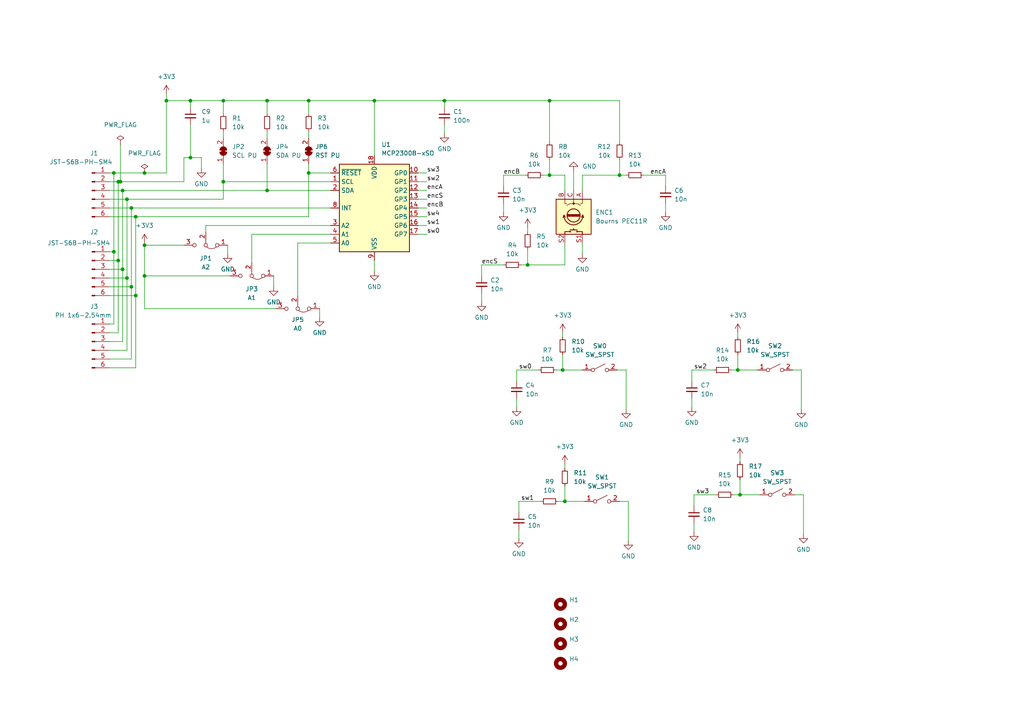
<source format=kicad_sch>
(kicad_sch (version 20211123) (generator eeschema)
  (paper "A4")
  (title_block (title "I2C Encoder Keypad") (date "2022-12-29") (rev "${SCHREV}-${PCBREV}"))
  (lib_symbols
    (symbol "Connector:Conn_01x06_Male" (pin_names (offset 1.016) hide)
      (property "Reference" "J" (at 0 7.62 0))
      (property "Value" "Conn_01x06_Male" (at 0 -10.16 0))
      (symbol "Conn_01x06_Male_1_1"
        (polyline (pts (xy 1.27 -7.62) (xy 0.8636 -7.62)) (stroke (width 0.1524)))
        (polyline (pts (xy 1.27 -5.08) (xy 0.8636 -5.08)) (stroke (width 0.1524)))
        (polyline (pts (xy 1.27 -2.54) (xy 0.8636 -2.54)) (stroke (width 0.1524)))
        (polyline (pts (xy 1.27 0) (xy 0.8636 0)) (stroke (width 0.1524)))
        (polyline (pts (xy 1.27 2.54) (xy 0.8636 2.54)) (stroke (width 0.1524)))
        (polyline (pts (xy 1.27 5.08) (xy 0.8636 5.08)) (stroke (width 0.1524)))
        (rectangle (start 0.8636 -7.493) (end 0 -7.747) (stroke (width 0.1524)) (fill (type outline)))
        (rectangle (start 0.8636 -4.953) (end 0 -5.207) (stroke (width 0.1524)) (fill (type outline)))
        (rectangle (start 0.8636 -2.413) (end 0 -2.667) (stroke (width 0.1524)) (fill (type outline)))
        (rectangle (start 0.8636 0.127) (end 0 -0.127) (stroke (width 0.1524)) (fill (type outline)))
        (rectangle (start 0.8636 2.667) (end 0 2.413) (stroke (width 0.1524)) (fill (type outline)))
        (rectangle (start 0.8636 5.207) (end 0 4.953) (stroke (width 0.1524)) (fill (type outline)))
        (pin passive line (at 5.08 5.08 180) (length 3.81) (name "Pin_1") (number "1"))
        (pin passive line (at 5.08 2.54 180) (length 3.81) (name "Pin_2") (number "2"))
        (pin passive line (at 5.08 0 180) (length 3.81) (name "Pin_3") (number "3"))
        (pin passive line (at 5.08 -2.54 180) (length 3.81) (name "Pin_4") (number "4"))
        (pin passive line (at 5.08 -5.08 180) (length 3.81) (name "Pin_5") (number "5"))
        (pin passive line (at 5.08 -7.62 180) (length 3.81) (name "Pin_6") (number "6"))
      )
    )
    (symbol "Device:C_Small" (pin_numbers hide) (pin_names (offset 0.254) hide)
      (property "Reference" "C" (at 0.254 1.778 0))
      (property "Value" "C_Small" (at 0.254 -2.032 0))
      (symbol "C_Small_0_1"
        (polyline (pts (xy -1.524 -0.508) (xy 1.524 -0.508)) (stroke (width 0.3302)))
        (polyline (pts (xy -1.524 0.508) (xy 1.524 0.508)) (stroke (width 0.3048)))
      )
      (symbol "C_Small_1_1"
        (pin passive line (at 0 2.54 270) (length 2.032) (name "~") (number "1"))
        (pin passive line (at 0 -2.54 90) (length 2.032) (name "~") (number "2"))
      )
    )
    (symbol "Device:R_Small" (pin_numbers hide) (pin_names (offset 0.254) hide)
      (property "Reference" "R" (at 0.762 0.508 0))
      (property "Value" "R_Small" (at 0.762 -1.016 0))
      (symbol "R_Small_0_1"
        (rectangle (start -0.762 1.778) (end 0.762 -1.778) (stroke (width 0.2032)))
      )
      (symbol "R_Small_1_1"
        (pin passive line (at 0 2.54 270) (length 0.762) (name "~") (number "1"))
        (pin passive line (at 0 -2.54 90) (length 0.762) (name "~") (number "2"))
      )
    )
    (symbol "Device:RotaryEncoder_Switch" (pin_names (offset 0.254) hide)
      (property "Reference" "SW" (at 0 6.604 0))
      (property "Value" "RotaryEncoder_Switch" (at 0 -6.604 0))
      (symbol "RotaryEncoder_Switch_0_1"
        (rectangle (start -5.08 5.08) (end 5.08 -5.08) (stroke (width 0.254)) (fill (type background)))
        (circle (center -3.81 0) (radius 0.254) (fill (type outline)))
        (arc (start -0.381 -2.794) (mid 2.3622 -0.0508) (end -0.381 2.667) (stroke (width 0.254)))
        (circle (center -0.381 0) (radius 1.905) (stroke (width 0.254)))
        (polyline (pts (xy -0.635 -1.778) (xy -0.635 1.778)) (stroke (width 0.254)))
        (polyline (pts (xy -0.381 -1.778) (xy -0.381 1.778)) (stroke (width 0.254)))
        (polyline (pts (xy -0.127 1.778) (xy -0.127 -1.778)) (stroke (width 0.254)))
        (polyline (pts (xy 3.81 0) (xy 3.429 0)) (stroke (width 0.254)))
        (polyline (pts (xy 3.81 1.016) (xy 3.81 -1.016)) (stroke (width 0.254)))
        (polyline (pts (xy -5.08 -2.54) (xy -3.81 -2.54) (xy -3.81 -2.032)))
        (polyline (pts (xy -5.08 2.54) (xy -3.81 2.54) (xy -3.81 2.032)))
        (polyline (pts (xy 0.254 -3.048) (xy -0.508 -2.794) (xy 0.127 -2.413)) (stroke (width 0.254)))
        (polyline (pts (xy 0.254 2.921) (xy -0.508 2.667) (xy 0.127 2.286)) (stroke (width 0.254)))
        (polyline (pts (xy 5.08 -2.54) (xy 4.318 -2.54) (xy 4.318 -1.016)) (stroke (width 0.254)))
        (polyline (pts (xy 5.08 2.54) (xy 4.318 2.54) (xy 4.318 1.016)) (stroke (width 0.254)))
        (polyline (pts (xy -5.08 0) (xy -3.81 0) (xy -3.81 -1.016) (xy -3.302 -2.032)))
        (polyline (pts (xy -4.318 0) (xy -3.81 0) (xy -3.81 1.016) (xy -3.302 2.032)))
        (circle (center 4.318 -1.016) (radius 0.127) (stroke (width 0.254)))
        (circle (center 4.318 1.016) (radius 0.127) (stroke (width 0.254)))
      )
      (symbol "RotaryEncoder_Switch_1_1"
        (pin passive line (at -7.62 2.54 0) (length 2.54) (name "A") (number "A"))
        (pin passive line (at -7.62 -2.54 0) (length 2.54) (name "B") (number "B"))
        (pin passive line (at -7.62 0 0) (length 2.54) (name "C") (number "C"))
        (pin passive line (at 7.62 2.54 180) (length 2.54) (name "S1") (number "S1"))
        (pin passive line (at 7.62 -2.54 180) (length 2.54) (name "S2") (number "S2"))
      )
    )
    (symbol "Interface_Expansion:MCP23008-xSO"
      (property "Reference" "U" (at -8.89 13.97 0))
      (property "Value" "MCP23008-xSO" (at 8.89 13.97 0))
      (symbol "MCP23008-xSO_0_1"
        (rectangle (start -10.16 12.7) (end 10.16 -12.7) (stroke (width 0.254)) (fill (type background)))
      )
      (symbol "MCP23008-xSO_1_1"
        (pin input line (at -12.7 7.62 0) (length 2.54) (name "SCL") (number "1"))
        (pin bidirectional line (at 12.7 10.16 180) (length 2.54) (name "GP0") (number "10"))
        (pin bidirectional line (at 12.7 7.62 180) (length 2.54) (name "GP1") (number "11"))
        (pin bidirectional line (at 12.7 5.08 180) (length 2.54) (name "GP2") (number "12"))
        (pin bidirectional line (at 12.7 2.54 180) (length 2.54) (name "GP3") (number "13"))
        (pin bidirectional line (at 12.7 0 180) (length 2.54) (name "GP4") (number "14"))
        (pin bidirectional line (at 12.7 -2.54 180) (length 2.54) (name "GP5") (number "15"))
        (pin bidirectional line (at 12.7 -5.08 180) (length 2.54) (name "GP6") (number "16"))
        (pin bidirectional line (at 12.7 -7.62 180) (length 2.54) (name "GP7") (number "17"))
        (pin power_in line (at 0 15.24 270) (length 2.54) (name "VDD") (number "18"))
        (pin bidirectional line (at -12.7 5.08 0) (length 2.54) (name "SDA") (number "2"))
        (pin input line (at -12.7 -5.08 0) (length 2.54) (name "A2") (number "3"))
        (pin input line (at -12.7 -7.62 0) (length 2.54) (name "A1") (number "4"))
        (pin input line (at -12.7 -10.16 0) (length 2.54) (name "A0") (number "5"))
        (pin input line (at -12.7 10.16 0) (length 2.54) (name "~{RESET}") (number "6"))
        (pin no_connect line (at -10.16 -2.54 0) (length 2.54) hide (name "NC") (number "7"))
        (pin output line (at -12.7 0 0) (length 2.54) (name "INT") (number "8"))
        (pin power_in line (at 0 -15.24 90) (length 2.54) (name "VSS") (number "9"))
      )
    )
    (symbol "Jumper:Jumper_3_Bridged12" (pin_names (offset 0) hide)
      (property "Reference" "JP" (at -2.54 -2.54 0))
      (property "Value" "Jumper_3_Bridged12" (at 0 2.794 0))
      (symbol "Jumper_3_Bridged12_0_0"
        (circle (center -3.302 0) (radius 0.508))
        (circle (center 0 0) (radius 0.508))
        (circle (center 3.302 0) (radius 0.508))
      )
      (symbol "Jumper_3_Bridged12_0_1"
        (arc (start -0.254 0.508) (mid -1.651 0.9912) (end -3.048 0.508))
        (polyline (pts (xy 0 -1.27) (xy 0 -0.508)))
      )
      (symbol "Jumper_3_Bridged12_1_1"
        (pin passive line (at -6.35 0 0) (length 2.54) (name "A") (number "1"))
        (pin passive line (at 0 -3.81 90) (length 2.54) (name "C") (number "2"))
        (pin passive line (at 6.35 0 180) (length 2.54) (name "B") (number "3"))
      )
    )
    (symbol "Jumper:SolderJumper_2_Bridged" (pin_names (offset 0) hide)
      (property "Reference" "JP" (at 0 2.032 0))
      (property "Value" "SolderJumper_2_Bridged" (at 0 -2.54 0))
      (symbol "SolderJumper_2_Bridged_0_1"
        (rectangle (start -0.508 0.508) (end 0.508 -0.508) (fill (type outline)))
        (arc (start -0.254 1.016) (mid -1.27 0) (end -0.254 -1.016))
        (arc (start -0.254 1.016) (mid -1.27 0) (end -0.254 -1.016) (fill (type outline)))
        (polyline (pts (xy -0.254 1.016) (xy -0.254 -1.016)))
        (polyline (pts (xy 0.254 1.016) (xy 0.254 -1.016)))
        (arc (start 0.254 -1.016) (mid 1.27 0) (end 0.254 1.016))
        (arc (start 0.254 -1.016) (mid 1.27 0) (end 0.254 1.016) (fill (type outline)))
      )
      (symbol "SolderJumper_2_Bridged_1_1"
        (pin passive line (at -3.81 0 0) (length 2.54) (name "A") (number "1"))
        (pin passive line (at 3.81 0 180) (length 2.54) (name "B") (number "2"))
      )
    )
    (symbol "Mechanical:MountingHole" (pin_names (offset 1.016))
      (property "Reference" "H" (at 0 5.08 0))
      (property "Value" "MountingHole" (at 0 3.175 0))
      (symbol "MountingHole_0_1"
        (circle (center 0 0) (radius 1.27) (stroke (width 1.27)))
      )
    )
    (symbol "Switch:SW_SPST" (pin_names (offset 0) hide)
      (property "Reference" "SW" (at 0 3.175 0))
      (property "Value" "SW_SPST" (at 0 -2.54 0))
      (symbol "SW_SPST_0_0"
        (circle (center -2.032 0) (radius 0.508))
        (polyline (pts (xy -1.524 0.254) (xy 1.524 1.778)))
        (circle (center 2.032 0) (radius 0.508))
      )
      (symbol "SW_SPST_1_1"
        (pin passive line (at -5.08 0 0) (length 2.54) (name "A") (number "1"))
        (pin passive line (at 5.08 0 180) (length 2.54) (name "B") (number "2"))
      )
    )
    (symbol "power:+3V3" (power) (pin_names (offset 0))
      (property "Value" "+3V3" (at 0 3.556 0))
      (symbol "+3V3_0_1"
        (polyline (pts (xy -0.762 1.27) (xy 0 2.54)))
        (polyline (pts (xy 0 0) (xy 0 2.54)))
        (polyline (pts (xy 0 2.54) (xy 0.762 1.27)))
      )
      (symbol "+3V3_1_1"
        (pin power_in line (at 0 0 90) (length 0) hide (name "+3V3") (number "1"))
      )
    )
    (symbol "power:GND" (power) (pin_names (offset 0))
      (property "Value" "GND" (at 0 -3.81 0))
      (symbol "GND_0_1"
        (polyline (pts (xy 0 0) (xy 0 -1.27) (xy 1.27 -1.27) (xy 0 -2.54) (xy -1.27 -1.27) (xy 0 -1.27)))
      )
      (symbol "GND_1_1"
        (pin power_in line (at 0 0 270) (length 0) hide (name "GND") (number "1"))
      )
    )
    (symbol "power:PWR_FLAG" (power) (pin_numbers hide) (pin_names (offset 0) hide)
      (property "Value" "PWR_FLAG" (at 0 3.81 0))
      (symbol "PWR_FLAG_0_0"
        (pin power_out line (at 0 0 90) (length 0) (name "pwr") (number "1"))
      )
      (symbol "PWR_FLAG_0_1"
        (polyline (pts (xy 0 0) (xy 0 1.27) (xy -1.016 1.905) (xy 0 2.54) (xy 1.016 1.905) (xy 0 1.27)))
      )
    )
  )
  (junction (at 34.29 75.565))
  (junction (at 41.91 50.165))
  (junction (at 214.63 143.51))
  (junction (at 41.91 71.12))
  (junction (at 35.56 78.105))
  (junction (at 36.83 57.785))
  (junction (at 108.585 29.21))
  (junction (at 39.37 62.865))
  (junction (at 159.385 29.21))
  (junction (at 163.83 145.415))
  (junction (at 36.83 80.645))
  (junction (at 33.02 50.165))
  (junction (at 64.77 29.21))
  (junction (at 89.535 29.21))
  (junction (at 34.925 52.705))
  (junction (at 39.37 85.725))
  (junction (at 34.29 52.705))
  (junction (at 55.245 45.72))
  (junction (at 55.245 29.21))
  (junction (at 38.1 60.325))
  (junction (at 48.26 29.21))
  (junction (at 153.035 76.835))
  (junction (at 64.77 52.705))
  (junction (at 159.385 50.8))
  (junction (at 33.02 73.025))
  (junction (at 163.195 107.315))
  (junction (at 77.47 55.245))
  (junction (at 38.1 83.185))
  (junction (at 213.995 107.315))
  (junction (at 41.91 80.01))
  (junction (at 89.535 50.165))
  (junction (at 128.905 29.21))
  (junction (at 77.47 29.21))
  (junction (at 35.56 55.245))
  (junction (at 179.705 50.8))
  (wire (pts (xy 121.285 60.325) (xy 123.825 60.325)))
  (wire (pts (xy 41.91 50.165) (xy 48.26 50.165)))
  (wire (pts (xy 213.995 107.315) (xy 219.71 107.315)))
  (wire (pts (xy 38.1 60.325) (xy 95.885 60.325)))
  (wire (pts (xy 146.05 50.8) (xy 152.4 50.8)))
  (wire (pts (xy 121.285 55.245) (xy 123.825 55.245)))
  (wire (pts (xy 89.535 47.625) (xy 89.535 50.165)))
  (wire (pts (xy 31.75 50.165) (xy 33.02 50.165)))
  (wire (pts (xy 121.285 67.945) (xy 123.825 67.945)))
  (wire (pts (xy 31.75 80.645) (xy 36.83 80.645)))
  (wire (pts (xy 153.035 72.39) (xy 153.035 76.835)))
  (wire (pts (xy 89.535 29.21) (xy 108.585 29.21)))
  (wire (pts (xy 166.37 49.53) (xy 166.37 55.245)))
  (wire (pts (xy 77.47 47.625) (xy 77.47 55.245)))
  (wire (pts (xy 168.91 50.8) (xy 179.705 50.8)))
  (wire (pts (xy 66.04 71.12) (xy 66.04 73.66)))
  (wire (pts (xy 89.535 29.21) (xy 89.535 33.02)))
  (wire (pts (xy 161.925 145.415) (xy 163.83 145.415)))
  (wire (pts (xy 55.245 45.72) (xy 58.42 45.72)))
  (wire (pts (xy 108.585 75.565) (xy 108.585 78.74)))
  (wire (pts (xy 53.34 45.72) (xy 55.245 45.72)))
  (wire (pts (xy 232.41 107.315) (xy 232.41 118.745)))
  (wire (pts (xy 121.285 62.865) (xy 123.825 62.865)))
  (wire (pts (xy 193.04 50.8) (xy 193.04 53.975)))
  (wire (pts (xy 163.83 70.485) (xy 163.83 76.835)))
  (wire (pts (xy 128.905 29.21) (xy 159.385 29.21)))
  (wire (pts (xy 163.83 134.62) (xy 163.83 135.89)))
  (wire (pts (xy 64.77 52.705) (xy 95.885 52.705)))
  (wire (pts (xy 139.7 76.835) (xy 139.7 80.01)))
  (wire (pts (xy 139.7 76.835) (xy 146.05 76.835)))
  (wire (pts (xy 159.385 41.275) (xy 159.385 29.21)))
  (wire (pts (xy 31.75 99.06) (xy 35.56 99.06)))
  (wire (pts (xy 31.75 75.565) (xy 34.29 75.565)))
  (wire (pts (xy 128.905 36.195) (xy 128.905 38.735)))
  (wire (pts (xy 41.91 89.535) (xy 41.91 80.01)))
  (wire (pts (xy 95.885 70.485) (xy 86.36 70.485)))
  (wire (pts (xy 35.56 99.06) (xy 35.56 78.105)))
  (wire (pts (xy 121.285 65.405) (xy 123.825 65.405)))
  (wire (pts (xy 31.75 73.025) (xy 33.02 73.025)))
  (wire (pts (xy 89.535 38.1) (xy 89.535 40.005)))
  (wire (pts (xy 35.56 55.245) (xy 77.47 55.245)))
  (wire (pts (xy 181.61 50.8) (xy 179.705 50.8)))
  (wire (pts (xy 64.77 29.21) (xy 55.245 29.21)))
  (wire (pts (xy 92.71 89.535) (xy 92.71 92.075)))
  (wire (pts (xy 179.705 46.355) (xy 179.705 50.8)))
  (wire (pts (xy 151.13 76.835) (xy 153.035 76.835)))
  (wire (pts (xy 212.09 107.315) (xy 213.995 107.315)))
  (wire (pts (xy 212.725 143.51) (xy 214.63 143.51)))
  (wire (pts (xy 201.295 143.51) (xy 201.295 146.685)))
  (wire (pts (xy 55.245 36.195) (xy 55.245 45.72)))
  (wire (pts (xy 163.83 140.97) (xy 163.83 145.415)))
  (wire (pts (xy 200.66 107.315) (xy 200.66 110.49)))
  (wire (pts (xy 31.75 96.52) (xy 34.29 96.52)))
  (wire (pts (xy 31.75 62.865) (xy 39.37 62.865)))
  (wire (pts (xy 213.995 96.52) (xy 213.995 97.79)))
  (wire (pts (xy 58.42 45.72) (xy 58.42 48.895)))
  (wire (pts (xy 95.885 67.945) (xy 73.025 67.945)))
  (wire (pts (xy 214.63 132.715) (xy 214.63 133.985)))
  (wire (pts (xy 36.83 101.6) (xy 36.83 80.645)))
  (wire (pts (xy 53.34 52.705) (xy 53.34 45.72)))
  (wire (pts (xy 168.91 70.485) (xy 168.91 73.66)))
  (wire (pts (xy 146.05 59.055) (xy 146.05 61.595)))
  (wire (pts (xy 163.83 50.8) (xy 159.385 50.8)))
  (wire (pts (xy 31.75 52.705) (xy 34.29 52.705)))
  (wire (pts (xy 33.02 50.165) (xy 41.91 50.165)))
  (wire (pts (xy 36.83 80.645) (xy 36.83 57.785)))
  (wire (pts (xy 86.36 70.485) (xy 86.36 85.725)))
  (wire (pts (xy 179.705 145.415) (xy 182.245 145.415)))
  (wire (pts (xy 153.035 66.04) (xy 153.035 67.31)))
  (wire (pts (xy 121.285 50.165) (xy 123.825 50.165)))
  (wire (pts (xy 149.86 107.315) (xy 149.86 110.49)))
  (wire (pts (xy 146.05 50.8) (xy 146.05 53.975)))
  (wire (pts (xy 48.26 27.305) (xy 48.26 29.21)))
  (wire (pts (xy 77.47 55.245) (xy 95.885 55.245)))
  (wire (pts (xy 31.75 104.14) (xy 38.1 104.14)))
  (wire (pts (xy 89.535 62.865) (xy 89.535 50.165)))
  (wire (pts (xy 214.63 143.51) (xy 220.345 143.51)))
  (wire (pts (xy 150.495 153.67) (xy 150.495 156.21)))
  (wire (pts (xy 157.48 50.8) (xy 159.385 50.8)))
  (wire (pts (xy 31.75 101.6) (xy 36.83 101.6)))
  (wire (pts (xy 59.69 67.31) (xy 59.69 65.405)))
  (wire (pts (xy 163.195 107.315) (xy 168.91 107.315)))
  (wire (pts (xy 34.29 52.705) (xy 34.925 52.705)))
  (wire (pts (xy 182.245 145.415) (xy 182.245 156.845)))
  (wire (pts (xy 31.75 57.785) (xy 36.83 57.785)))
  (wire (pts (xy 64.77 29.21) (xy 64.77 33.02)))
  (wire (pts (xy 31.75 83.185) (xy 38.1 83.185)))
  (wire (pts (xy 31.75 55.245) (xy 35.56 55.245)))
  (wire (pts (xy 77.47 29.21) (xy 77.47 33.02)))
  (wire (pts (xy 121.285 57.785) (xy 123.825 57.785)))
  (wire (pts (xy 79.375 80.01) (xy 79.375 83.185)))
  (wire (pts (xy 168.91 55.245) (xy 168.91 50.8)))
  (wire (pts (xy 181.61 107.315) (xy 181.61 118.745)))
  (wire (pts (xy 31.75 60.325) (xy 38.1 60.325)))
  (wire (pts (xy 80.01 89.535) (xy 41.91 89.535)))
  (wire (pts (xy 77.47 29.21) (xy 64.77 29.21)))
  (wire (pts (xy 64.77 38.1) (xy 64.77 40.005)))
  (wire (pts (xy 53.34 71.12) (xy 41.91 71.12)))
  (wire (pts (xy 161.29 107.315) (xy 163.195 107.315)))
  (wire (pts (xy 121.285 52.705) (xy 123.825 52.705)))
  (wire (pts (xy 39.37 85.725) (xy 39.37 62.865)))
  (wire (pts (xy 33.02 73.025) (xy 33.02 50.165)))
  (wire (pts (xy 31.75 93.98) (xy 33.02 93.98)))
  (wire (pts (xy 31.75 106.68) (xy 39.37 106.68)))
  (wire (pts (xy 64.77 57.785) (xy 64.77 52.705)))
  (wire (pts (xy 34.29 75.565) (xy 34.29 52.705)))
  (wire (pts (xy 55.245 29.21) (xy 48.26 29.21)))
  (wire (pts (xy 200.66 107.315) (xy 207.01 107.315)))
  (wire (pts (xy 229.87 107.315) (xy 232.41 107.315)))
  (wire (pts (xy 55.245 29.21) (xy 55.245 31.115)))
  (wire (pts (xy 73.025 67.945) (xy 73.025 76.2)))
  (wire (pts (xy 150.495 145.415) (xy 150.495 148.59)))
  (wire (pts (xy 150.495 145.415) (xy 156.845 145.415)))
  (wire (pts (xy 139.7 85.09) (xy 139.7 87.63)))
  (wire (pts (xy 33.02 93.98) (xy 33.02 73.025)))
  (wire (pts (xy 149.86 107.315) (xy 156.21 107.315)))
  (wire (pts (xy 34.29 96.52) (xy 34.29 75.565)))
  (wire (pts (xy 230.505 143.51) (xy 233.045 143.51)))
  (wire (pts (xy 31.75 85.725) (xy 39.37 85.725)))
  (wire (pts (xy 59.69 65.405) (xy 95.885 65.405)))
  (wire (pts (xy 214.63 139.065) (xy 214.63 143.51)))
  (wire (pts (xy 34.925 52.705) (xy 53.34 52.705)))
  (wire (pts (xy 179.705 41.275) (xy 179.705 29.21)))
  (wire (pts (xy 48.26 29.21) (xy 48.26 50.165)))
  (wire (pts (xy 31.75 78.105) (xy 35.56 78.105)))
  (wire (pts (xy 128.905 31.115) (xy 128.905 29.21)))
  (wire (pts (xy 89.535 50.165) (xy 95.885 50.165)))
  (wire (pts (xy 163.83 145.415) (xy 169.545 145.415)))
  (wire (pts (xy 163.83 76.835) (xy 153.035 76.835)))
  (wire (pts (xy 233.045 143.51) (xy 233.045 154.94)))
  (wire (pts (xy 38.1 104.14) (xy 38.1 83.185)))
  (wire (pts (xy 193.04 59.055) (xy 193.04 61.595)))
  (wire (pts (xy 193.04 50.8) (xy 186.69 50.8)))
  (wire (pts (xy 163.83 55.245) (xy 163.83 50.8)))
  (wire (pts (xy 149.86 115.57) (xy 149.86 118.11)))
  (wire (pts (xy 34.925 41.91) (xy 34.925 52.705)))
  (wire (pts (xy 163.195 96.52) (xy 163.195 97.79)))
  (wire (pts (xy 108.585 45.085) (xy 108.585 29.21)))
  (wire (pts (xy 213.995 102.87) (xy 213.995 107.315)))
  (wire (pts (xy 39.37 106.68) (xy 39.37 85.725)))
  (wire (pts (xy 201.295 143.51) (xy 207.645 143.51)))
  (wire (pts (xy 179.705 29.21) (xy 159.385 29.21)))
  (wire (pts (xy 128.905 29.21) (xy 108.585 29.21)))
  (wire (pts (xy 163.195 102.87) (xy 163.195 107.315)))
  (wire (pts (xy 77.47 29.21) (xy 89.535 29.21)))
  (wire (pts (xy 201.295 151.765) (xy 201.295 154.305)))
  (wire (pts (xy 36.83 57.785) (xy 64.77 57.785)))
  (wire (pts (xy 35.56 78.105) (xy 35.56 55.245)))
  (wire (pts (xy 41.91 80.01) (xy 41.91 71.12)))
  (wire (pts (xy 41.91 71.12) (xy 41.91 70.485)))
  (wire (pts (xy 38.1 83.185) (xy 38.1 60.325)))
  (wire (pts (xy 200.66 115.57) (xy 200.66 118.11)))
  (wire (pts (xy 64.77 47.625) (xy 64.77 52.705)))
  (wire (pts (xy 39.37 62.865) (xy 89.535 62.865)))
  (wire (pts (xy 159.385 46.355) (xy 159.385 50.8)))
  (wire (pts (xy 66.675 80.01) (xy 41.91 80.01)))
  (wire (pts (xy 77.47 38.1) (xy 77.47 40.005)))
  (wire (pts (xy 179.07 107.315) (xy 181.61 107.315)))
  (label "encA" (at 123.825 55.245 0))
  (label "encB" (at 123.825 60.325 0))
  (label "sw2" (at 123.825 52.705 0))
  (label "sw4" (at 123.825 62.865 0))
  (label "encB" (at 146.05 50.8 0))
  (label "encS" (at 123.825 57.785 0))
  (label "sw3" (at 201.93 143.51 0))
  (label "sw1" (at 123.825 65.405 0))
  (label "encA" (at 188.595 50.8 0))
  (label "sw3" (at 123.825 50.165 0))
  (label "sw2" (at 201.295 107.315 0))
  (label "sw0" (at 123.825 67.945 0))
  (label "sw1" (at 151.13 145.415 0))
  (label "sw0" (at 150.495 107.315 0))
  (label "encS" (at 139.7 76.835 0))
  (symbol (lib_id "Mechanical:MountingHole") (at 162.56 186.69 0) (unit 1) (in_bom no)
    (property "Reference" "H3" (at 165.1 185.4199 0) (effects (justify left)))
    (property "Value" "MountingHole" (effects hide))
    (property "Footprint" "MountingHole:MountingHole_3.2mm_M3_Pad_Via" (effects hide))
  )
  (symbol (lib_id "Device:C_Small") (at 193.04 56.515 0) (mirror y) (unit 1)
    (property "Reference" "C6" (at 195.58 55.2512 0) (effects (justify right)))
    (property "Value" "10n" (at 195.58 57.7912 0) (effects (justify right)))
    (property "Footprint" "Capacitor_SMD:C_0805_2012Metric_Pad1.18x1.45mm_HandSolder" (effects hide))
    (property "LCSC Part #" "C1710" (effects hide))
  )
  (symbol (lib_id "Device:C_Small") (at 139.7 82.55 0) (unit 1)
    (property "Reference" "C2" (at 142.24 81.2862 0) (effects (justify left)))
    (property "Value" "10n" (at 142.24 83.8262 0) (effects (justify left)))
    (property "Footprint" "Capacitor_SMD:C_0805_2012Metric_Pad1.18x1.45mm_HandSolder" (effects hide))
    (property "LCSC Part #" "C1710" (effects hide))
  )
  (symbol (lib_id "Jumper:Jumper_3_Bridged12") (at 86.36 89.535 180) (unit 1) (in_bom no)
    (property "Reference" "JP5" (at 86.36 92.71 0))
    (property "Value" "A0" (at 86.36 95.25 0))
    (property "Footprint" "Jumper:SolderJumper-3_P1.3mm_Bridged2Bar12_RoundedPad1.0x1.5mm" (effects hide))
  )
  (symbol (lib_id "Jumper:Jumper_3_Bridged12") (at 59.69 71.12 180) (unit 1) (in_bom no)
    (property "Reference" "JP1" (at 59.69 74.93 0))
    (property "Value" "A2" (at 59.69 77.47 0))
    (property "Footprint" "Jumper:SolderJumper-3_P1.3mm_Bridged12_RoundedPad1.0x1.5mm" (effects hide))
  )
  (symbol (lib_id "power:+3V3") (at 163.83 134.62 0) (unit 1)
    (property "Reference" "#PWR015" (effects hide))
    (property "Value" "+3V3" (at 163.83 129.54 0))
  )
  (symbol (lib_id "Device:R_Small") (at 64.77 35.56 0) (unit 1)
    (property "Reference" "R1" (at 67.31 34.2899 0) (effects (justify left)))
    (property "Value" "10k" (at 67.31 36.8299 0) (effects (justify left)))
    (property "Footprint" "Resistor_SMD:R_0805_2012Metric_Pad1.20x1.40mm_HandSolder" (effects hide))
    (property "LCSC Part #" "C17414" (effects hide))
  )
  (symbol (lib_id "Switch:SW_SPST") (at 225.425 143.51 0) (unit 1)
    (property "Reference" "SW3" (at 225.425 137.16 0))
    (property "Value" "SW_SPST" (at 225.425 139.7 0))
    (property "Footprint" "Button_Switch_THT:SW_PUSH_6mm_H9.5mm" (effects hide))
  )
  (symbol (lib_id "Device:C_Small") (at 128.905 33.655 0) (unit 1)
    (property "Reference" "C1" (at 131.445 32.3912 0) (effects (justify left)))
    (property "Value" "100n" (at 131.445 34.9312 0) (effects (justify left)))
    (property "Footprint" "Capacitor_SMD:C_0805_2012Metric_Pad1.18x1.45mm_HandSolder" (effects hide))
    (property "LCSC Part #" "C49678" (effects hide))
  )
  (symbol (lib_id "Jumper:SolderJumper_2_Bridged") (at 89.535 43.815 90) (unit 1) (in_bom no)
    (property "Reference" "JP6" (at 91.44 42.5449 90) (effects (justify right)))
    (property "Value" "RST PU" (at 91.44 45.0849 90) (effects (justify right)))
    (property "Footprint" "Jumper:SolderJumper-2_P1.3mm_Bridged_RoundedPad1.0x1.5mm" (effects hide))
  )
  (symbol (lib_id "Connector:Conn_01x06_Male") (at 26.67 99.06 0) (unit 1)
    (property "Reference" "J3" (at 27.305 88.9 0))
    (property "Value" "PH 1x6-2.54mm" (at 24.13 91.44 0))
    (property "Footprint" "Connector_PinHeader_2.54mm:PinHeader_1x06_P2.54mm_Vertical" (effects hide))
  )
  (symbol (lib_id "Mechanical:MountingHole") (at 162.56 192.405 0) (unit 1) (in_bom no)
    (property "Reference" "H4" (at 165.1 191.1349 0) (effects (justify left)))
    (property "Value" "MountingHole" (effects hide))
    (property "Footprint" "MountingHole:MountingHole_3.2mm_M3_Pad_Via" (effects hide))
  )
  (symbol (lib_id "Interface_Expansion:MCP23008-xSO") (at 108.585 60.325 0) (unit 1)
    (property "Reference" "U1" (at 110.6044 41.91 0) (effects (justify left)))
    (property "Value" "MCP23008-xSO" (at 110.6044 44.45 0) (effects (justify left)))
    (property "Footprint" "Package_SO:SOIC-18W_7.5x11.6mm_P1.27mm" (effects hide))
    (property "Datasheet" "http://ww1.microchip.com/downloads/en/DeviceDoc/MCP23008-MCP23S08-Data-Sheet-20001919F.pdf" (effects hide))
    (property "LCSC Part #" "C92253" (effects hide))
  )
  (symbol (lib_id "Jumper:SolderJumper_2_Bridged") (at 77.47 43.815 90) (unit 1) (in_bom no)
    (property "Reference" "JP4" (at 80.01 42.5449 90) (effects (justify right)))
    (property "Value" "SDA PU" (at 80.01 45.0849 90) (effects (justify right)))
    (property "Footprint" "Jumper:SolderJumper-2_P1.3mm_Bridged_RoundedPad1.0x1.5mm" (effects hide))
  )
  (symbol (lib_id "Device:C_Small") (at 146.05 56.515 0) (unit 1)
    (property "Reference" "C3" (at 148.59 55.2512 0) (effects (justify left)))
    (property "Value" "10n" (at 148.59 57.7912 0) (effects (justify left)))
    (property "Footprint" "Capacitor_SMD:C_0805_2012Metric_Pad1.18x1.45mm_HandSolder" (effects hide))
    (property "LCSC Part #" "C1710" (effects hide))
  )
  (symbol (lib_id "Device:R_Small") (at 154.94 50.8 90) (unit 1)
    (property "Reference" "R6" (at 154.94 45.085 90))
    (property "Value" "10k" (at 154.94 47.625 90))
    (property "Footprint" "Resistor_SMD:R_0805_2012Metric_Pad1.20x1.40mm_HandSolder" (effects hide))
    (property "LCSC Part #" "C17414" (effects hide))
  )
  (symbol (lib_id "power:GND") (at 193.04 61.595 0) (mirror y) (unit 1)
    (property "Reference" "#PWR020" (effects hide))
    (property "Value" "GND" (at 193.04 66.04 0))
  )
  (symbol (lib_id "power:GND") (at 146.05 61.595 0) (unit 1)
    (property "Reference" "#PWR010" (effects hide))
    (property "Value" "GND" (at 146.05 66.04 0))
  )
  (symbol (lib_id "Connector:Conn_01x06_Male") (at 26.67 78.105 0) (unit 1)
    (property "Reference" "J2" (at 27.305 67.31 0))
    (property "Value" "JST-S6B-PH-SM4" (at 22.86 70.485 0))
    (property "Footprint" "Connector_JST:JST_PH_S6B-PH-SM4-TB_1x06-1MP_P2.00mm_Horizontal" (effects hide))
    (property "LCSC Part #" "C265405" (effects hide))
  )
  (symbol (lib_id "power:+3V3") (at 153.035 66.04 0) (unit 1)
    (property "Reference" "#PWR013" (effects hide))
    (property "Value" "+3V3" (at 153.035 60.96 0))
  )
  (symbol (lib_id "power:GND") (at 182.245 156.845 0) (unit 1)
    (property "Reference" "#PWR019" (effects hide))
    (property "Value" "GND" (at 182.245 161.29 0))
  )
  (symbol (lib_id "Device:R_Small") (at 89.535 35.56 0) (unit 1)
    (property "Reference" "R3" (at 92.075 34.2899 0) (effects (justify left)))
    (property "Value" "10k" (at 92.075 36.8299 0) (effects (justify left)))
    (property "Footprint" "Resistor_SMD:R_0805_2012Metric_Pad1.20x1.40mm_HandSolder" (effects hide))
    (property "LCSC Part #" "C17414" (effects hide))
  )
  (symbol (lib_id "Device:R_Small") (at 163.195 100.33 0) (unit 1)
    (property "Reference" "R10" (at 165.735 99.0599 0) (effects (justify left)))
    (property "Value" "10k" (at 165.735 101.5999 0) (effects (justify left)))
    (property "Footprint" "Resistor_SMD:R_0805_2012Metric_Pad1.20x1.40mm_HandSolder" (effects hide))
    (property "LCSC Part #" "C17414" (effects hide))
  )
  (symbol (lib_id "Switch:SW_SPST") (at 174.625 145.415 0) (unit 1)
    (property "Reference" "SW1" (at 174.625 138.43 0))
    (property "Value" "SW_SPST" (at 174.625 140.97 0))
    (property "Footprint" "Button_Switch_THT:SW_PUSH_6mm_H9.5mm" (effects hide))
  )
  (symbol (lib_id "Device:R_Small") (at 179.705 43.815 0) (mirror y) (unit 1)
    (property "Reference" "R12" (at 177.165 42.5449 0) (effects (justify left)))
    (property "Value" "10k" (at 177.165 45.0849 0) (effects (justify left)))
    (property "Footprint" "Resistor_SMD:R_0805_2012Metric_Pad1.20x1.40mm_HandSolder" (effects hide))
    (property "LCSC Part #" "C17414" (effects hide))
  )
  (symbol (lib_id "Device:R_Small") (at 159.385 145.415 90) (unit 1)
    (property "Reference" "R9" (at 159.385 139.7 90))
    (property "Value" "10k" (at 159.385 142.24 90))
    (property "Footprint" "Resistor_SMD:R_0805_2012Metric_Pad1.20x1.40mm_HandSolder" (effects hide))
    (property "LCSC Part #" "C17414" (effects hide))
  )
  (symbol (lib_id "power:GND") (at 108.585 78.74 0) (unit 1)
    (property "Reference" "#PWR07" (effects hide))
    (property "Value" "GND" (at 108.585 83.185 0))
  )
  (symbol (lib_id "power:GND") (at 181.61 118.745 0) (unit 1)
    (property "Reference" "#PWR018" (effects hide))
    (property "Value" "GND" (at 181.61 123.19 0))
  )
  (symbol (lib_id "Mechanical:MountingHole") (at 162.56 180.975 0) (unit 1) (in_bom no)
    (property "Reference" "H2" (at 165.1 179.7049 0) (effects (justify left)))
    (property "Value" "MountingHole" (effects hide))
    (property "Footprint" "MountingHole:MountingHole_3.2mm_M3_Pad_Via" (effects hide))
  )
  (symbol (lib_id "Device:R_Small") (at 159.385 43.815 0) (unit 1)
    (property "Reference" "R8" (at 161.925 42.5449 0) (effects (justify left)))
    (property "Value" "10k" (at 161.925 45.0849 0) (effects (justify left)))
    (property "Footprint" "Resistor_SMD:R_0805_2012Metric_Pad1.20x1.40mm_HandSolder" (effects hide))
    (property "LCSC Part #" "C17414" (effects hide))
  )
  (symbol (lib_id "power:PWR_FLAG") (at 41.91 50.165 0) (unit 1)
    (property "Reference" "#FLG01" (effects hide))
    (property "Value" "PWR_FLAG" (at 41.91 44.45 0))
  )
  (symbol (lib_id "power:GND") (at 166.37 49.53 180) (unit 1)
    (property "Reference" "#PWR016" (effects hide))
    (property "Value" "GND" (at 168.91 48.2599 0) (effects (justify right)))
  )
  (symbol (lib_id "Switch:SW_SPST") (at 173.99 107.315 0) (unit 1)
    (property "Reference" "SW0" (at 173.99 100.33 0))
    (property "Value" "SW_SPST" (at 173.99 102.87 0))
    (property "Footprint" "Button_Switch_THT:SW_PUSH_6mm_H9.5mm" (effects hide))
  )
  (symbol (lib_id "power:GND") (at 200.66 118.11 0) (unit 1)
    (property "Reference" "#PWR021" (effects hide))
    (property "Value" "GND" (at 200.66 122.555 0))
  )
  (symbol (lib_id "power:+3V3") (at 41.91 70.485 0) (unit 1)
    (property "Reference" "#PWR01" (effects hide))
    (property "Value" "+3V3" (at 41.91 65.405 0))
  )
  (symbol (lib_id "power:+3V3") (at 213.995 96.52 0) (unit 1)
    (property "Reference" "#PWR023" (effects hide))
    (property "Value" "+3V3" (at 213.995 91.44 0))
  )
  (symbol (lib_id "Device:R_Small") (at 213.995 100.33 0) (unit 1)
    (property "Reference" "R16" (at 216.535 99.0599 0) (effects (justify left)))
    (property "Value" "10k" (at 216.535 101.5999 0) (effects (justify left)))
    (property "Footprint" "Resistor_SMD:R_0805_2012Metric_Pad1.20x1.40mm_HandSolder" (effects hide))
    (property "LCSC Part #" "C17414" (effects hide))
  )
  (symbol (lib_id "power:GND") (at 150.495 156.21 0) (unit 1)
    (property "Reference" "#PWR012" (effects hide))
    (property "Value" "GND" (at 150.495 160.655 0))
  )
  (symbol (lib_id "Device:R_Small") (at 77.47 35.56 0) (unit 1)
    (property "Reference" "R2" (at 80.01 34.2899 0) (effects (justify left)))
    (property "Value" "10k" (at 80.01 36.8299 0) (effects (justify left)))
    (property "Footprint" "Resistor_SMD:R_0805_2012Metric_Pad1.20x1.40mm_HandSolder" (effects hide))
    (property "LCSC Part #" "C17414" (effects hide))
  )
  (symbol (lib_id "power:GND") (at 128.905 38.735 0) (unit 1)
    (property "Reference" "#PWR08" (effects hide))
    (property "Value" "GND" (at 128.905 43.18 0))
  )
  (symbol (lib_id "power:GND") (at 66.04 73.66 0) (unit 1)
    (property "Reference" "#PWR04" (effects hide))
    (property "Value" "GND" (at 66.04 78.105 0))
  )
  (symbol (lib_id "Device:R_Small") (at 153.035 69.85 0) (unit 1)
    (property "Reference" "R5" (at 155.575 68.5799 0) (effects (justify left)))
    (property "Value" "10k" (at 155.575 71.1199 0) (effects (justify left)))
    (property "Footprint" "Resistor_SMD:R_0805_2012Metric_Pad1.20x1.40mm_HandSolder" (effects hide))
    (property "LCSC Part #" "C17414" (effects hide))
  )
  (symbol (lib_id "power:GND") (at 79.375 83.185 0) (unit 1)
    (property "Reference" "#PWR05" (effects hide))
    (property "Value" "GND" (at 79.375 87.63 0))
  )
  (symbol (lib_id "Device:R_Small") (at 148.59 76.835 90) (unit 1)
    (property "Reference" "R4" (at 148.59 71.12 90))
    (property "Value" "10k" (at 148.59 73.66 90))
    (property "Footprint" "Resistor_SMD:R_0805_2012Metric_Pad1.20x1.40mm_HandSolder" (effects hide))
    (property "LCSC Part #" "C17414" (effects hide))
  )
  (symbol (lib_id "Jumper:Jumper_3_Bridged12") (at 73.025 80.01 180) (unit 1) (in_bom no)
    (property "Reference" "JP3" (at 73.025 83.82 0))
    (property "Value" "A1" (at 73.025 86.36 0))
    (property "Footprint" "Jumper:SolderJumper-3_P1.3mm_Bridged12_RoundedPad1.0x1.5mm" (effects hide))
  )
  (symbol (lib_id "power:GND") (at 168.91 73.66 0) (unit 1)
    (property "Reference" "#PWR017" (effects hide))
    (property "Value" "GND" (at 168.91 78.105 0))
  )
  (symbol (lib_id "power:PWR_FLAG") (at 34.925 41.91 0) (unit 1)
    (property "Reference" "#FLG02" (effects hide))
    (property "Value" "PWR_FLAG" (at 34.925 36.195 0))
  )
  (symbol (lib_id "power:GND") (at 149.86 118.11 0) (unit 1)
    (property "Reference" "#PWR011" (effects hide))
    (property "Value" "GND" (at 149.86 122.555 0))
  )
  (symbol (lib_id "power:GND") (at 92.71 92.075 0) (unit 1)
    (property "Reference" "#PWR06" (effects hide))
    (property "Value" "GND" (at 92.71 96.52 0))
  )
  (symbol (lib_id "Device:R_Small") (at 214.63 136.525 0) (unit 1)
    (property "Reference" "R17" (at 217.17 135.2549 0) (effects (justify left)))
    (property "Value" "10k" (at 217.17 137.7949 0) (effects (justify left)))
    (property "Footprint" "Resistor_SMD:R_0805_2012Metric_Pad1.20x1.40mm_HandSolder" (effects hide))
    (property "LCSC Part #" "C17414" (effects hide))
  )
  (symbol (lib_id "power:GND") (at 58.42 48.895 0) (unit 1)
    (property "Reference" "#PWR03" (effects hide))
    (property "Value" "GND" (at 58.42 53.34 0))
  )
  (symbol (lib_id "power:+3V3") (at 163.195 96.52 0) (unit 1)
    (property "Reference" "#PWR014" (effects hide))
    (property "Value" "+3V3" (at 163.195 91.44 0))
  )
  (symbol (lib_id "Device:R_Small") (at 210.185 143.51 90) (unit 1)
    (property "Reference" "R15" (at 210.185 137.795 90))
    (property "Value" "10k" (at 210.185 140.335 90))
    (property "Footprint" "Resistor_SMD:R_0805_2012Metric_Pad1.20x1.40mm_HandSolder" (effects hide))
    (property "LCSC Part #" "C17414" (effects hide))
  )
  (symbol (lib_id "Device:C_Small") (at 200.66 113.03 0) (unit 1)
    (property "Reference" "C7" (at 203.2 111.7662 0) (effects (justify left)))
    (property "Value" "10n" (at 203.2 114.3062 0) (effects (justify left)))
    (property "Footprint" "Capacitor_SMD:C_0805_2012Metric_Pad1.18x1.45mm_HandSolder" (effects hide))
    (property "LCSC Part #" "C1710" (effects hide))
  )
  (symbol (lib_id "Device:R_Small") (at 163.83 138.43 0) (unit 1)
    (property "Reference" "R11" (at 166.37 137.1599 0) (effects (justify left)))
    (property "Value" "10k" (at 166.37 139.6999 0) (effects (justify left)))
    (property "Footprint" "Resistor_SMD:R_0805_2012Metric_Pad1.20x1.40mm_HandSolder" (effects hide))
    (property "LCSC Part #" "C17414" (effects hide))
  )
  (symbol (lib_id "power:GND") (at 139.7 87.63 0) (unit 1)
    (property "Reference" "#PWR09" (effects hide))
    (property "Value" "GND" (at 139.7 92.075 0))
  )
  (symbol (lib_id "Device:C_Small") (at 55.245 33.655 0) (unit 1)
    (property "Reference" "C9" (at 58.42 32.3912 0) (effects (justify left)))
    (property "Value" "1u" (at 58.42 34.9312 0) (effects (justify left)))
    (property "Footprint" "Capacitor_SMD:C_0805_2012Metric_Pad1.18x1.45mm_HandSolder" (effects hide))
    (property "LCSC Part #" "C28323" (effects hide))
  )
  (symbol (lib_id "power:+3V3") (at 214.63 132.715 0) (unit 1)
    (property "Reference" "#PWR024" (effects hide))
    (property "Value" "+3V3" (at 214.63 127.635 0))
  )
  (symbol (lib_id "Connector:Conn_01x06_Male") (at 26.67 55.245 0) (unit 1)
    (property "Reference" "J1" (at 27.305 44.45 0))
    (property "Value" "JST-S6B-PH-SM4" (at 23.495 46.99 0))
    (property "Footprint" "Connector_JST:JST_PH_S6B-PH-SM4-TB_1x06-1MP_P2.00mm_Horizontal" (effects hide))
    (property "LCSC Part #" "C265405" (effects hide))
  )
  (symbol (lib_id "Device:R_Small") (at 209.55 107.315 90) (unit 1)
    (property "Reference" "R14" (at 209.55 101.6 90))
    (property "Value" "10k" (at 209.55 104.14 90))
    (property "Footprint" "Resistor_SMD:R_0805_2012Metric_Pad1.20x1.40mm_HandSolder" (effects hide))
    (property "LCSC Part #" "C17414" (effects hide))
  )
  (symbol (lib_id "power:GND") (at 201.295 154.305 0) (unit 1)
    (property "Reference" "#PWR022" (effects hide))
    (property "Value" "GND" (at 201.295 158.75 0))
  )
  (symbol (lib_id "Device:R_Small") (at 158.75 107.315 90) (unit 1)
    (property "Reference" "R7" (at 158.75 101.6 90))
    (property "Value" "10k" (at 158.75 104.14 90))
    (property "Footprint" "Resistor_SMD:R_0805_2012Metric_Pad1.20x1.40mm_HandSolder" (effects hide))
    (property "LCSC Part #" "C17414" (effects hide))
  )
  (symbol (lib_id "Device:R_Small") (at 184.15 50.8 270) (mirror x) (unit 1)
    (property "Reference" "R13" (at 184.15 45.085 90))
    (property "Value" "10k" (at 184.15 47.625 90))
    (property "Footprint" "Resistor_SMD:R_0805_2012Metric_Pad1.20x1.40mm_HandSolder" (effects hide))
    (property "LCSC Part #" "C17414" (effects hide))
  )
  (symbol (lib_id "Mechanical:MountingHole") (at 162.56 175.26 0) (unit 1) (in_bom no)
    (property "Reference" "H1" (at 165.1 173.9899 0) (effects (justify left)))
    (property "Value" "MountingHole" (effects hide))
    (property "Footprint" "MountingHole:MountingHole_3.2mm_M3_Pad_Via" (effects hide))
  )
  (symbol (lib_id "Device:RotaryEncoder_Switch") (at 166.37 62.865 270) (unit 1)
    (property "Reference" "ENC1" (at 172.72 61.5949 90) (effects (justify left)))
    (property "Value" "Bourns PEC11R" (at 172.72 64.1349 90) (effects (justify left)))
    (property "Footprint" "Rotary_Encoder:RotaryEncoder_Alps_EC12E-Switch_Vertical_H20mm" (effects hide))
  )
  (symbol (lib_id "Device:C_Small") (at 201.295 149.225 0) (unit 1)
    (property "Reference" "C8" (at 203.835 147.9612 0) (effects (justify left)))
    (property "Value" "10n" (at 203.835 150.5012 0) (effects (justify left)))
    (property "Footprint" "Capacitor_SMD:C_0805_2012Metric_Pad1.18x1.45mm_HandSolder" (effects hide))
    (property "LCSC Part #" "C1710" (effects hide))
  )
  (symbol (lib_id "Jumper:SolderJumper_2_Bridged") (at 64.77 43.815 90) (unit 1) (in_bom no)
    (property "Reference" "JP2" (at 67.31 42.5449 90) (effects (justify right)))
    (property "Value" "SCL PU" (at 67.31 45.0849 90) (effects (justify right)))
    (property "Footprint" "Jumper:SolderJumper-2_P1.3mm_Bridged_RoundedPad1.0x1.5mm" (effects hide))
  )
  (symbol (lib_id "power:+3V3") (at 48.26 27.305 0) (unit 1)
    (property "Reference" "#PWR02" (effects hide))
    (property "Value" "+3V3" (at 48.26 22.225 0))
  )
  (symbol (lib_id "power:GND") (at 232.41 118.745 0) (unit 1)
    (property "Reference" "#PWR025" (effects hide))
    (property "Value" "GND" (at 232.41 123.19 0))
  )
  (symbol (lib_id "Device:C_Small") (at 149.86 113.03 0) (unit 1)
    (property "Reference" "C4" (at 152.4 111.7662 0) (effects (justify left)))
    (property "Value" "10n" (at 152.4 114.3062 0) (effects (justify left)))
    (property "Footprint" "Capacitor_SMD:C_0805_2012Metric_Pad1.18x1.45mm_HandSolder" (effects hide))
    (property "LCSC Part #" "C1710" (effects hide))
  )
  (symbol (lib_id "Device:C_Small") (at 150.495 151.13 0) (unit 1)
    (property "Reference" "C5" (at 153.035 149.8662 0) (effects (justify left)))
    (property "Value" "10n" (at 153.035 152.4062 0) (effects (justify left)))
    (property "Footprint" "Capacitor_SMD:C_0805_2012Metric_Pad1.18x1.45mm_HandSolder" (effects hide))
    (property "LCSC Part #" "C1710" (effects hide))
  )
  (symbol (lib_id "power:GND") (at 233.045 154.94 0) (unit 1)
    (property "Reference" "#PWR026" (effects hide))
    (property "Value" "GND" (at 233.045 159.385 0))
  )
  (symbol (lib_id "Switch:SW_SPST") (at 224.79 107.315 0) (unit 1)
    (property "Reference" "SW2" (at 224.79 100.33 0))
    (property "Value" "SW_SPST" (at 224.79 102.87 0))
    (property "Footprint" "Button_Switch_THT:SW_PUSH_6mm_H9.5mm" (effects hide))
  )
)
</source>
